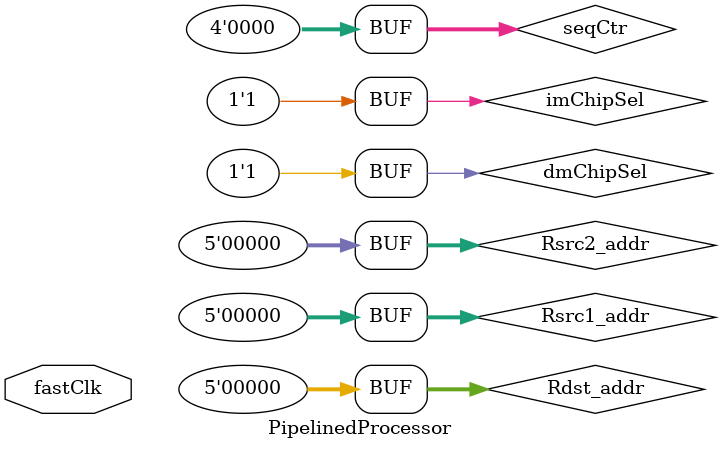
<source format=v>
`include "./ALU/ALU.v"
`include "./Memory/InstrMem.v"
`include "./Memory/DatMem.v"
`include "./FPU/FPU.v"


module PipelinedProcessor(fastClk);

    input fastClk; //6 times faster than clk
    reg [1:0] clkCounter = 2'b0; //used to count 3 fast clock cycles to switch clk
    reg clk=1'b0; //6 times slower than fastClk

    reg halt=1'b0;
    reg [3:0] seqCtr = 4'd0; //INIT TO 0
    reg [31:0] progCtr = 31'd0; //Only last 8 bits actually used

    //Instr Registers down the pipeline
    reg [31:0] instrReg;
    reg [31:0] exStageInstrReg;
    reg [31:0] memStageInstrReg;

    reg [31:0] ALU_result;
    reg [31:0] FPU_result;

    //Register file
    reg [31:0] Reg [0:31];


    //ALU
    reg [31:0] A, B;
    reg [3:0] Sel = 4'd0;
    wire [31:0] Out_1, Out_0;
    wire cFlag, zFlag, vFlag;

    //FPU
    reg [31:0] fA, fB;
    reg [1:0] fSel;
    wire [31:0] fOut_0;

    //Registers
    reg [31:0] Rdst;
    reg [4:0] Rdst_addr = 5'd0, Rsrc1_addr = 5'd0, Rsrc2_addr = 5'd0; //INIT TO 0
    wire [31:0] Rsrc1, Rsrc2;

    //InstrMem
    reg imChipSel = 1'b1;
    reg imWrite = 1'b0; //INIT TO READ
    reg [31:0] imWrDat;
    reg [7:0] imDat_addr = 8'd0; //INIT TO 0
    wire [31:0] imDat;


    //DataMem
    reg dmChipSel = 1'b1;
    reg dmWrite = 1'b0; //INIT TO READ
    reg [31:0] dmWrDat;
    reg [7:0] dmDat_addr = 8'd0; //INIT TO 0
    wire [31:0] dmDat;

    //Dealing with Hazards

    //Branches take preccedence over stalls due to RAW

    //Control Hazards
    reg [4:0] invalidStages = 5'd0; //5-bits representing which of the 5 stages have been invalidated, shifted left every clk cycle
    reg branchTaken = 1'b0;
    reg [31:0] branchProgCtr = 32'd0; //Alternate PC
    reg [31:0] linkReg; // LR
    

    //RAW Dependancies
    reg [5:0] regInEx=6'd32, regInMem=6'd32, regInUse=6'd32; //32 stands for no register in use, values from 0-31 correspond to each register
    reg [1:0] stallCtr = 2'd0; //No of cycles left to stall (stalls IF and ID stages)

    //Instantiations
    ALU alu(A, B, Sel, Out_1, Out_0, cFlag, zFlag, vFlag);
    FPU fpu(fA, fB, fSel, fOut_0, fastClk);

    InstrMem IM(imChipSel, fastClk, imDat_addr, imDat, imWrite);
    DatMem   DM(dmChipSel, fastClk, dmDat_addr, dmDat, dmWrite);

/*    initial begin
        for(integer i=0; i < 32; i=i+1) begin
            RegInUse[i] = 2'd0;
        end
    end*/

    //Setting the protocol for the inout ports
    assign imDat = (imWrite & imChipSel)? imWrDat : 32'bz;
    assign dmDat = (dmWrite & dmChipSel)? dmWrDat : 32'bz;

    always @(posedge fastClk) begin
        clkCounter <= (clkCounter + 2'd1) % 2'd3; //Counts 3 fast clock cycles
        clk <= (clkCounter == 0)? ~clk : clk; //Switch every 3 fast clock cycles, 6 times slower
        //$display($time, ") clkCounter = %d\n", clkCounter);
    end


    //IF -- Instruction Fetch
    always @(posedge clk) begin

        if(~invalidStages[0]) begin                
            if (branchTaken) begin //for branches
                //Fetch Instruction by setting write to 0 and address to PC
                imWrite <= 1'b0;
                imDat_addr <= branchProgCtr[7:0];
                progCtr <= branchProgCtr+1;
            end
            else begin
                //Branch stalls take precedence over RAW stalls
                //no stall
                if (stallCtr == 0) begin
                    //Fetch Instruction by setting write to 0 and address to PC
                    imWrite <= 1'b0;
                    imDat_addr <= progCtr[7:0];
                    progCtr <= progCtr+1; 
                end
                //stall
                else begin
                    imWrite <= imWrite;
                    imDat_addr <= imDat_addr;
                    progCtr <= progCtr; 
                end
            end
        end
    end

    //ID -- Instruction Decode
    always @(posedge clk) begin
        if(~invalidStages[1]) begin
            if (stallCtr == 0) begin
                case(imDat[31:28]) //Typeof instruction

                    4'd1: begin //ALU instruction
                        //NOT or NEG, single source operand
                        if( imDat[27:24]==4'd13 || imDat[27:24]==4'd15 ) begin

                            if (regInEx == {1'b0, imDat[23:19]}) begin
                                stallCtr <= 2'd2;
                                regInEx <= 6'd32;

                            end
                            else if (regInMem == {1'b0, imDat[23:19]}) begin
                                stallCtr <= 2'd1;
                                regInEx <= 6'd32;
                            end
                            else begin
                                stallCtr <= 2'd0;
                                regInEx <= {1'b0, imDat[13:9]};
                            end
                        end
                        // All others
                        else begin
                            if (regInEx == {1'b0, imDat[23:19]} || regInEx == {1'b0, imDat[18:14]}) begin
                                stallCtr <= 2'd2;
                                regInEx <= 6'd32;
                            end
                            else if (regInMem == {1'b0, imDat[23:19]} || regInMem == {1'b0, imDat[18:14]}) begin
                                stallCtr <= 2'd1;
                                regInEx <= 6'd32;
                            end
                            else begin
                                stallCtr <= 2'd0;
                                regInEx <= {1'b0, imDat[13:9]};
                            end
                        end

                        regInMem <= regInEx;
                        //dest Register
                        regInUse <= {1'b0, imDat[13:9]};
                    end

                    4'd2: begin //CONTROL
                        //HLT and RET, no dependencies
                        if( imDat[27:25]==3'd2 || imDat[27:25]==3'd2 ) begin
                            regInMem <= regInEx;
                            //NO dest Register
                            regInEx <= 6'd32;
                            regInUse <= 6'd32;
                            stallCtr <= 2'd0;
                        end
                        //
                        else begin
                            stallCtr <= (regInEx == {1'b0, imDat[23:19]})? 2'd2 : ( (regInMem == {1'b0, imDat[23:19]})? 2'd1 : 2'd0 );
                            regInMem <= regInEx;
                            //NO dest Register
                            regInEx <= 6'd32;
                            regInUse <= 6'd32;
                        end
                    end

                    4'd4: begin  // MEM
                        if(~imDat[27]) begin //LOAD
                            //Only Data Reg can have RAW dependancy reg imDat[18:14]

                            if (regInEx == {1'b0, imDat[18:14]}) begin
                                stallCtr <= 2'd2;
                                regInEx <= 6'd32;

                            end
                            else if (regInMem == {1'b0, imDat[18:14]}) begin
                                stallCtr <= 2'd1;
                                regInEx <= 6'd32;
                            end
                            else begin
                                stallCtr <= 2'd0;
                                regInEx <= {1'b0, imDat[23:19]};
                            end

                            regInMem <= regInEx;
                            //dest Register
                            regInUse <= {1'b0, imDat[23:19]}; //Load to register
                        end
                        else begin //STORE
                            //Both data and address registers may have a RAW dependancy
                            if (regInEx == {1'b0, imDat[23:19]} || regInEx == {1'b0, imDat[18:14]}) begin
                                stallCtr <= 2'd2;
                            end
                            else if (regInMem == {1'b0, imDat[23:19]} || regInMem == {1'b0, imDat[18:14]}) begin
                                stallCtr <= 2'd1;
                            end
                            else begin
                                stallCtr <= 2'd0;
                            end
                            regInMem <= regInEx;
                            //NO dest Register
                            regInEx <= 6'd32;
                            regInUse <= 6'd32;
                        end
                    end

                    4'd8: begin // FORCE CONSTANT
                        stallCtr <= 2'd0;
                        regInMem <= regInEx;
                        //Dest Register
                        regInEx <= {1'b0, imDat[23:19]};
                        regInUse <= {1'b0, imDat[23:19]};
                    end
                    4'd15: begin //FPU

                        if (regInEx == {1'b0, imDat[23:19]} || regInEx == {1'b0, imDat[18:14]}) begin
                            stallCtr <= 2'd2;
                            regInEx <= 6'd32;
                        end
                        else if (regInMem == {1'b0, imDat[23:19]} || regInMem == {1'b0, imDat[18:14]}) begin
                            stallCtr <= 2'd1;
                            regInEx <= 6'd32;
                        end
                        else begin
                            stallCtr <= 2'd0;
                            regInEx <= {1'b0, imDat[13:9]};
                        end
                        regInMem <= regInEx;
                        //dest Register
                        regInUse <= {1'b0, imDat[13:9]};
                    end
                endcase
                //Store Instruction to instrReg, common to all types
                instrReg <= imDat;
            end

            //Stalling
            else begin
                stallCtr <= stallCtr-1;
                regInMem <= regInEx;
                instrReg <= instrReg;

                regInUse <= regInUse;
                if (stallCtr > 1) begin
                    //NO dest Register
                    regInEx <= 6'd32;
                end
                else begin //stallCtr == 1, last stall, update dependancies
                    regInEx <= regInUse;
                end
            end
        end

        //Invalid
        else begin
            stallCtr <= 2'd0;
            regInMem <= regInEx;
            //NO dest Register
            regInEx <= 6'd32;
        end
    end


    //EX -- Execute
    always @(posedge clk) begin
        if(~halt) begin
            if(~invalidStages[2]) begin
                if (stallCtr == 0) begin
                    case(instrReg[31:28]) //Typeof instruction

                        4'd1: begin //ALU instruction
                            //NOT or NEG, single source operand
                            if( instrReg[27:24]==4'd13 || instrReg[27:24]==4'd15 ) begin
                                A <= Reg[instrReg[23:19]];
                                B <= 32'd0;
                            end
                            else begin
                                A <= Reg[instrReg[23:19]];
                                B <= Reg[instrReg[18:14]];
                            end
                            Sel <= instrReg[27:24]; //opcode

                            branchTaken <= 1'b0;
                            invalidStages <= invalidStages << 1;

                            $display("(%3d) ALU instruction, opcode=%2d\n\tR[%2d] A=%d \n\tR[%2d] B=%d\n\n", progCtr-2, instrReg[27:24], instrReg[23:19], Reg[instrReg[23:19]], instrReg[18:14], Reg[instrReg[18:14]]);
                        end

                        4'd2: begin //CONTROL instruction
                            case(instrReg[27:25])
                                    3'd0: begin  //BUN
                                        invalidStages <= (invalidStages | 5'd3) << 1; //invalidate IF and ID stages, and shiftleft
                                        branchTaken <= 1'b1;
                                        branchProgCtr <= instrReg[24]? instrReg[18:11] : Reg[instrReg[23:19]]; //direct/reg indirect
                                        $display("(%3d) BUN, Addressing: %b (reg indir-0, dir-1), R[%2d], M[%3d]\n\n", progCtr-2, instrReg[24], instrReg[23:19], instrReg[18:11]);
                                    end  
                                    3'd1: begin  //BSA
                                        invalidStages <= (invalidStages | 5'd3) << 1; //invalidate IF and ID stages, and shiftleft
                                        branchTaken <= 1'b1;
                                        branchProgCtr <= instrReg[24]? instrReg[18:11] : Reg[instrReg[23:19]]; //direct/reg indirect
                                        linkReg <= progCtr - 1; //(progCtr - 2) + 1 
                                        $display("(%3d) BSA, Addressing: %b (reg indir-0, dir-1), R[%2d], M[%3d]\n\n", progCtr-2, instrReg[24], instrReg[23:19], instrReg[18:11]);
                                    end
                                    3'd2: begin  //RET
                                        invalidStages <= (invalidStages | 5'd3) << 1; //invalidate IF and ID stages, and shiftleft
                                        branchTaken <= 1'b1;
                                        branchProgCtr <= linkReg;
                                        $display("(%3d) RET, @LR = %d\n\n", progCtr-2, linkReg);
                                    end
                                    3'd3: begin  //HLT
                                        halt <= 1'b1;
                                        invalidStages <= 5'b11111;
                                        branchTaken <= 1'b0;
                                        $display("(%3d) HLT\n\n", progCtr-2,);
                                    end  
                                    3'd4: begin  //BIZ
                                        if (zFlag) begin
                                            invalidStages <= (invalidStages | 5'd3) << 1; //invalidate IF and ID stages, and shiftleft
                                            branchTaken <= 1'b1;
                                            branchProgCtr <= instrReg[24]? instrReg[18:11] : Reg[instrReg[23:19]]; //direct/reg indirect
                                        end
                                        else begin
                                            branchTaken <= 1'b0;
                                            invalidStages <= invalidStages << 1;
                                        end
                                        $display("(%3d) BIZ: taken? %b, Addressing: %b (reg indir-0, dir-1), R[%2d], M[%3d]\n\n", progCtr-2, zFlag, instrReg[24], instrReg[23:19], instrReg[18:11]);
                                    end  
                                    3'd5: begin  //BNZ
                                        if (~zFlag) begin
                                            invalidStages <= (invalidStages | 5'd3) << 1; //invalidate IF and ID stages, and shiftleft
                                            branchTaken <= 1'b1;
                                            branchProgCtr <= instrReg[24]? instrReg[18:11] : Reg[instrReg[23:19]]; //direct/reg indirect
                                        end
                                        else begin
                                            branchTaken <= 1'b0;
                                            invalidStages <= invalidStages << 1;
                                        end
                                        $display("(%3d) BNZ: taken? %b, Addressing: %b (reg indir-0, dir-1), R[%2d], M[%3d]\n\n", progCtr-2, ~zFlag, instrReg[24], instrReg[23:19], instrReg[18:11]);
                                    end  
                                    3'd6: begin  //BIV
                                        if (vFlag) begin
                                            invalidStages <= (invalidStages | 5'd3) << 1; //invalidate IF and ID stages, and shiftleft
                                            branchTaken <= 1'b1;
                                            branchProgCtr <= instrReg[24]? instrReg[18:11] : Reg[instrReg[23:19]]; //direct/reg indirect
                                        end
                                        else begin
                                            branchTaken <= 1'b0;
                                            invalidStages <= invalidStages << 1;
                                        end
                                        $display("(%3d) BIV: taken? %b, Addressing: %b (reg indir-0, dir-1), R[%2d], M[%3d]\n\n", progCtr-2, vFlag, instrReg[24], instrReg[23:19], instrReg[18:11]);
                                    end  
                                    3'd7: begin  //BNV
                                        if (~vFlag) begin
                                            invalidStages <= (invalidStages | 5'd3) << 1; //invalidate IF and ID stages, and shiftleft
                                            branchTaken <= 1'b1;
                                            branchProgCtr <= instrReg[24]? instrReg[18:11] : Reg[instrReg[23:19]]; //direct/reg indirect
                                        end
                                        else begin
                                            branchTaken <= 1'b0;
                                            invalidStages <= invalidStages << 1;
                                        end
                                        $display("(%3d) BNV: taken? %b, Addressing: %b (reg indir-0, dir-1), R[%2d], M[%3d]\n\n", progCtr-2, ~vFlag, instrReg[24], instrReg[23:19], instrReg[18:11]);
                                    end  
                            endcase
                        end

                        4'd4: begin  // MEM
                            A <= Reg[instrReg[18:14]]; //Pointer to address in mem
                            B <= {24'd0, instrReg[13:6]}; //zero padding 8-bit offset
                            Sel <= 4'd0; //ADD offset
                            branchTaken <= 1'b0;
                            invalidStages <= invalidStages << 1;

                            $display("(%3d) LD/STR(0/1)? %b, R[%d], [R[%d]]\n\n", progCtr-2, instrReg[27], instrReg[23:19], instrReg[18:14]);
                        end

                        4'd8: begin // FORCE CONSTANT
                            branchTaken <= 1'b0;
                            invalidStages <= invalidStages << 1;

                            $display("(%3d) FRC R[%2d] to %d\n\n", progCtr-2, instrReg[23:19], instrReg[15:0]);
                        end
                        4'd15: begin //FPU
                            fA <= Reg[instrReg[23:19]];
                            fB <= Reg[instrReg[18:14]];
                            fSel <= instrReg[27:26]; //opcode
                            branchTaken <= 1'b0;
                            invalidStages <= invalidStages << 1;

                            $display("(%3d) FPU instruction, opcode=%2d\n\tR[%2d]mA=%d \n\tR[%2d] B=%d\n\n", progCtr-2, instrReg[27:26], instrReg[23:19], Reg[instrReg[23:19]], instrReg[18:14], Reg[instrReg[18:14]]);
                        end
                    endcase
                    exStageInstrReg <= instrReg;
                end
                //STALLING due to RAW
                else begin
                    //Treat current state as invalid
                    invalidStages <= (invalidStages | 5'd4) << 1;
                    branchTaken <= 1'b0;
                    $display("STALL due to RAW, stallCtr=%1d, regEx=%2d, regMem=%2d\n\n", stallCtr, regInEx, regInMem);
                end
            end

            else begin
                invalidStages <= invalidStages << 1;
                branchTaken <= 1'b0;
                $display("STALL due to BRANCH, invalidStages=%5b [WB, MEM, EX, ID, IF]\n\n", invalidStages);
            end
        end
    end

    //MEM -- Memory Stage
    always @(posedge clk) begin

        if(~invalidStages[3]) begin
            memStageInstrReg <= exStageInstrReg;
            ALU_result <= Out_0;
            FPU_result <= fOut_0;

            case(exStageInstrReg[31:28]) //Typeof instruction

                4'd4: begin  // MEM
                    if(~exStageInstrReg[27]) begin //LOAD
                        dmWrite <= 1'b0;
                        dmDat_addr <= Out_0[7:0]; //Effective address
                    end
                    else begin //STORE
                        dmWrite <= 1'b1;
                        dmDat_addr <= Out_0[7:0]; //Effective address
                        dmWrDat <= Reg[exStageInstrReg[23:19]]; //Register from which data is stored
                    end
                end
            endcase
        end
    end


    //WB -- Write Back
    always @(posedge clk) begin
        if(~invalidStages[4]) begin
            case(memStageInstrReg[31:28])
                4'd1: begin //ALU instruction
                    Reg[memStageInstrReg[13:9]] <= ALU_result;
                end

                4'd4: begin  // MEM
                    if(~memStageInstrReg[27]) begin //LOAD
                        Reg[memStageInstrReg[23:19]] <= dmDat; 
                    end
                end

                4'd8: begin // FORCE CONSTANT
                    Reg[memStageInstrReg[23:19]] <= {16'd0, memStageInstrReg[15:0]};
                    //$display("%4d)WB-FRC R[%2d]=%d\n\n", $time, memStageInstrReg[23:19], {16'd0, memStageInstrReg[15:0]});
                end
                4'd15: begin //FPU
                    Reg[memStageInstrReg[13:9]] <= FPU_result;
                end
            endcase
        end
    end
endmodule
</source>
